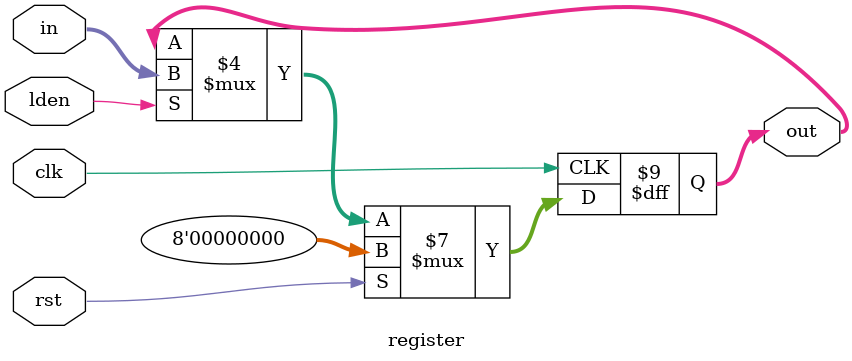
<source format=v>
module register (clk, rst, in, lden, out);

input clk, rst;
input[7:0] in;
input lden;
output reg [7:0] out;

always @(posedge clk)
begin
if(rst == 1)
out <= 0;
else if (lden == 1)
out <= in;
end
endmodule 

</source>
